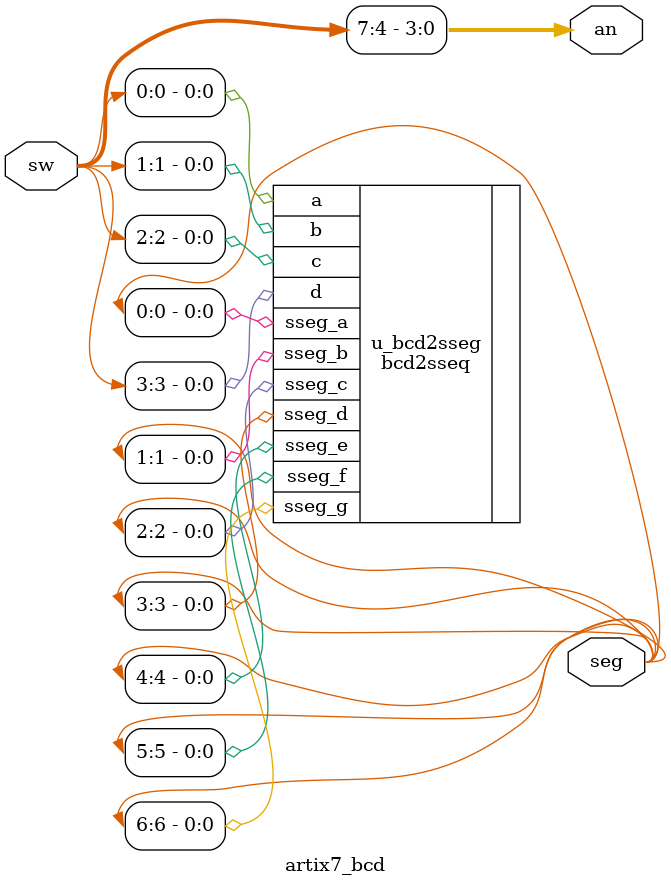
<source format=sv>
`timescale 1ns / 1ps
`timescale 1ns / 1ps

module artix7_bcd(
    input wire [7:0] sw,
    output wire [6:0] seg,
    output wire [3:0] an
   
    );
    
    assign an[3:0] = sw[7:4];
    
 bcd2sseq u_bcd2sseg
    (
    .a(sw[0]),
    .b(sw[1]),
    .c(sw[2]),
    .d(sw[3]),
    .sseg_a(seg[0]),
    .sseg_b(seg[1]),
    .sseg_c(seg[2]),
    .sseg_d(seg[3]),
    .sseg_e(seg[4]),
    .sseg_f(seg[5]),
    .sseg_g(seg[6])
    );
endmodule

</source>
